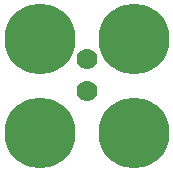
<source format=gtl>
%TF.GenerationSoftware,KiCad,Pcbnew,4.0.5-e0-6337~49~ubuntu16.04.1*%
%TF.CreationDate,2017-03-18T11:17:27-07:00*%
%TF.ProjectId,2x2-Tilt-Switch-TH,3278322D54696C742D5377697463682D,1.0*%
%TF.FileFunction,Copper,L1,Top,Signal*%
%FSLAX46Y46*%
G04 Gerber Fmt 4.6, Leading zero omitted, Abs format (unit mm)*
G04 Created by KiCad (PCBNEW 4.0.5-e0-6337~49~ubuntu16.04.1) date Sat Mar 18 11:17:27 2017*
%MOMM*%
%LPD*%
G01*
G04 APERTURE LIST*
%ADD10C,0.350000*%
%ADD11C,1.778000*%
%ADD12C,6.000000*%
%ADD13C,0.350000*%
G04 APERTURE END LIST*
D10*
D11*
X8476480Y-23726140D03*
X8476980Y-26456640D03*
D12*
X4476480Y-30012640D03*
X4476480Y-22012640D03*
X12476480Y-22012640D03*
X12476480Y-30012640D03*
D13*
X8476480Y-23726140D03*
X8476980Y-26456640D03*
X4476480Y-30012640D03*
X4476480Y-22012640D03*
X12476480Y-22012640D03*
X12476480Y-30012640D03*
M02*

</source>
